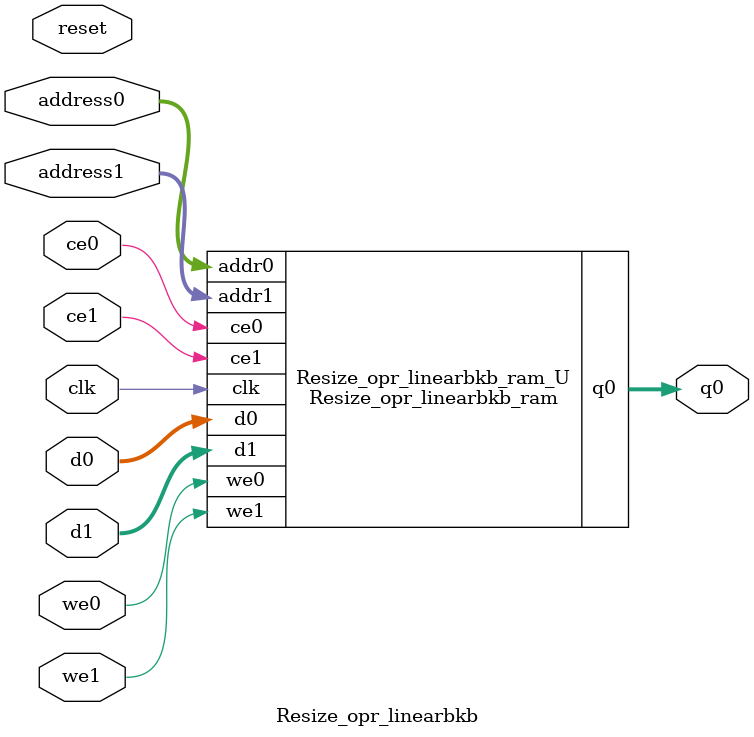
<source format=v>
`timescale 1 ns / 1 ps
module Resize_opr_linearbkb_ram (addr0, ce0, d0, we0, q0, addr1, ce1, d1, we1,  clk);

parameter DWIDTH = 8;
parameter AWIDTH = 11;
parameter MEM_SIZE = 1281;

input[AWIDTH-1:0] addr0;
input ce0;
input[DWIDTH-1:0] d0;
input we0;
output reg[DWIDTH-1:0] q0;
input[AWIDTH-1:0] addr1;
input ce1;
input[DWIDTH-1:0] d1;
input we1;
input clk;

(* ram_style = "block" *)reg [DWIDTH-1:0] ram[0:MEM_SIZE-1];




always @(posedge clk)  
begin 
    if (ce0) begin
        if (we0) 
            ram[addr0] <= d0; 
        q0 <= ram[addr0];
    end
end


always @(posedge clk)  
begin 
    if (ce1) begin
        if (we1) 
            ram[addr1] <= d1; 
    end
end


endmodule

`timescale 1 ns / 1 ps
module Resize_opr_linearbkb(
    reset,
    clk,
    address0,
    ce0,
    we0,
    d0,
    q0,
    address1,
    ce1,
    we1,
    d1);

parameter DataWidth = 32'd8;
parameter AddressRange = 32'd1281;
parameter AddressWidth = 32'd11;
input reset;
input clk;
input[AddressWidth - 1:0] address0;
input ce0;
input we0;
input[DataWidth - 1:0] d0;
output[DataWidth - 1:0] q0;
input[AddressWidth - 1:0] address1;
input ce1;
input we1;
input[DataWidth - 1:0] d1;



Resize_opr_linearbkb_ram Resize_opr_linearbkb_ram_U(
    .clk( clk ),
    .addr0( address0 ),
    .ce0( ce0 ),
    .we0( we0 ),
    .d0( d0 ),
    .q0( q0 ),
    .addr1( address1 ),
    .ce1( ce1 ),
    .we1( we1 ),
    .d1( d1 ));

endmodule


</source>
